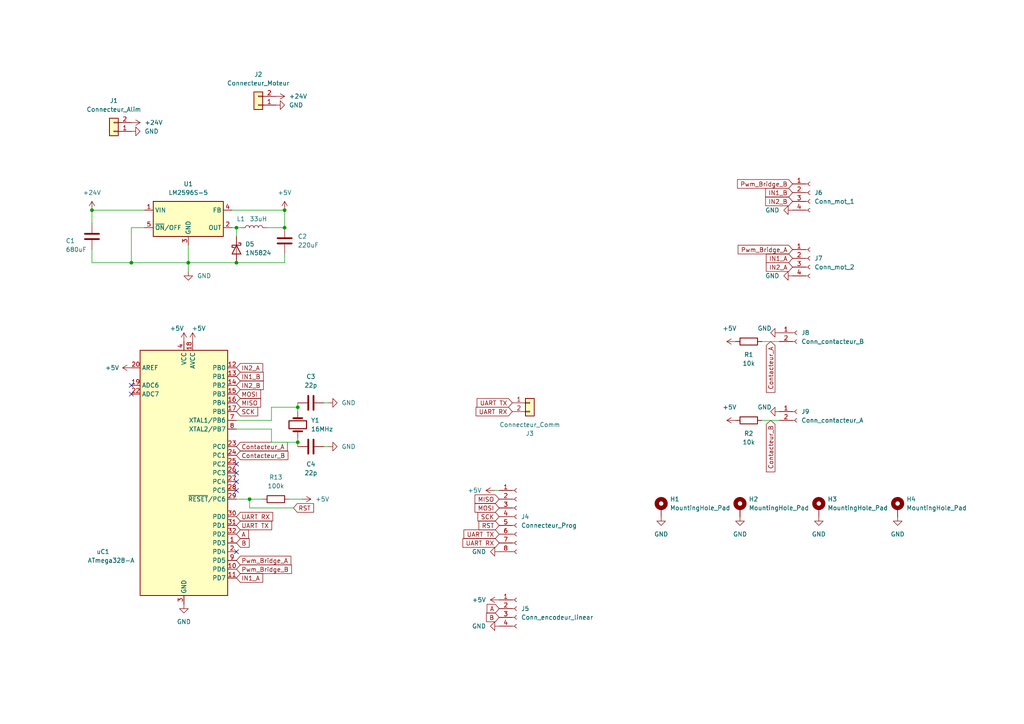
<source format=kicad_sch>
(kicad_sch (version 20211123) (generator eeschema)
  (paper "A4")
  (lib_symbols
    (symbol "Connector:Conn_01x02_Female" (pin_names (offset 1.016) hide)
      (property "Reference" "J" (at 0 2.54 0))
      (property "Value" "Conn_01x02_Female" (at 0 -5.08 0))
      (symbol "Conn_01x02_Female_1_1"
        (arc (start 0 -2.032) (mid -0.508 -2.54) (end 0 -3.048) (stroke (width 0.1524)))
        (polyline (pts (xy -1.27 -2.54) (xy -0.508 -2.54)) (stroke (width 0.1524)))
        (polyline (pts (xy -1.27 0) (xy -0.508 0)) (stroke (width 0.1524)))
        (arc (start 0 0.508) (mid -0.508 0) (end 0 -0.508) (stroke (width 0.1524)))
        (pin passive line (at -5.08 0 0) (length 3.81) (name "Pin_1") (number "1"))
        (pin passive line (at -5.08 -2.54 0) (length 3.81) (name "Pin_2") (number "2"))
      )
    )
    (symbol "Connector:Conn_01x04_Female" (pin_names (offset 1.016) hide)
      (property "Reference" "J" (at 0 5.08 0))
      (property "Value" "Conn_01x04_Female" (at 0 -7.62 0))
      (symbol "Conn_01x04_Female_1_1"
        (arc (start 0 -4.572) (mid -0.508 -5.08) (end 0 -5.588) (stroke (width 0.1524)))
        (arc (start 0 -2.032) (mid -0.508 -2.54) (end 0 -3.048) (stroke (width 0.1524)))
        (polyline (pts (xy -1.27 -5.08) (xy -0.508 -5.08)) (stroke (width 0.1524)))
        (polyline (pts (xy -1.27 -2.54) (xy -0.508 -2.54)) (stroke (width 0.1524)))
        (polyline (pts (xy -1.27 0) (xy -0.508 0)) (stroke (width 0.1524)))
        (polyline (pts (xy -1.27 2.54) (xy -0.508 2.54)) (stroke (width 0.1524)))
        (arc (start 0 0.508) (mid -0.508 0) (end 0 -0.508) (stroke (width 0.1524)))
        (arc (start 0 3.048) (mid -0.508 2.54) (end 0 2.032) (stroke (width 0.1524)))
        (pin passive line (at -5.08 2.54 0) (length 3.81) (name "Pin_1") (number "1"))
        (pin passive line (at -5.08 0 0) (length 3.81) (name "Pin_2") (number "2"))
        (pin passive line (at -5.08 -2.54 0) (length 3.81) (name "Pin_3") (number "3"))
        (pin passive line (at -5.08 -5.08 0) (length 3.81) (name "Pin_4") (number "4"))
      )
    )
    (symbol "Connector:Conn_01x08_Female" (pin_names (offset 1.016) hide)
      (property "Reference" "J" (at 0 10.16 0))
      (property "Value" "Conn_01x08_Female" (at 0 -12.7 0))
      (symbol "Conn_01x08_Female_1_1"
        (arc (start 0 -9.652) (mid -0.508 -10.16) (end 0 -10.668) (stroke (width 0.1524)))
        (arc (start 0 -7.112) (mid -0.508 -7.62) (end 0 -8.128) (stroke (width 0.1524)))
        (arc (start 0 -4.572) (mid -0.508 -5.08) (end 0 -5.588) (stroke (width 0.1524)))
        (arc (start 0 -2.032) (mid -0.508 -2.54) (end 0 -3.048) (stroke (width 0.1524)))
        (polyline (pts (xy -1.27 -10.16) (xy -0.508 -10.16)) (stroke (width 0.1524)))
        (polyline (pts (xy -1.27 -7.62) (xy -0.508 -7.62)) (stroke (width 0.1524)))
        (polyline (pts (xy -1.27 -5.08) (xy -0.508 -5.08)) (stroke (width 0.1524)))
        (polyline (pts (xy -1.27 -2.54) (xy -0.508 -2.54)) (stroke (width 0.1524)))
        (polyline (pts (xy -1.27 0) (xy -0.508 0)) (stroke (width 0.1524)))
        (polyline (pts (xy -1.27 2.54) (xy -0.508 2.54)) (stroke (width 0.1524)))
        (polyline (pts (xy -1.27 5.08) (xy -0.508 5.08)) (stroke (width 0.1524)))
        (polyline (pts (xy -1.27 7.62) (xy -0.508 7.62)) (stroke (width 0.1524)))
        (arc (start 0 0.508) (mid -0.508 0) (end 0 -0.508) (stroke (width 0.1524)))
        (arc (start 0 3.048) (mid -0.508 2.54) (end 0 2.032) (stroke (width 0.1524)))
        (arc (start 0 5.588) (mid -0.508 5.08) (end 0 4.572) (stroke (width 0.1524)))
        (arc (start 0 8.128) (mid -0.508 7.62) (end 0 7.112) (stroke (width 0.1524)))
        (pin passive line (at -5.08 7.62 0) (length 3.81) (name "Pin_1") (number "1"))
        (pin passive line (at -5.08 5.08 0) (length 3.81) (name "Pin_2") (number "2"))
        (pin passive line (at -5.08 2.54 0) (length 3.81) (name "Pin_3") (number "3"))
        (pin passive line (at -5.08 0 0) (length 3.81) (name "Pin_4") (number "4"))
        (pin passive line (at -5.08 -2.54 0) (length 3.81) (name "Pin_5") (number "5"))
        (pin passive line (at -5.08 -5.08 0) (length 3.81) (name "Pin_6") (number "6"))
        (pin passive line (at -5.08 -7.62 0) (length 3.81) (name "Pin_7") (number "7"))
        (pin passive line (at -5.08 -10.16 0) (length 3.81) (name "Pin_8") (number "8"))
      )
    )
    (symbol "Connector_Generic:Conn_01x02" (pin_names (offset 1.016) hide)
      (property "Reference" "J" (at 0 2.54 0))
      (property "Value" "Conn_01x02" (at 0 -5.08 0))
      (symbol "Conn_01x02_1_1"
        (rectangle (start -1.27 -2.413) (end 0 -2.667) (stroke (width 0.1524)))
        (rectangle (start -1.27 0.127) (end 0 -0.127) (stroke (width 0.1524)))
        (rectangle (start -1.27 1.27) (end 1.27 -3.81) (stroke (width 0.254)) (fill (type background)))
        (pin passive line (at -5.08 0 0) (length 3.81) (name "Pin_1") (number "1"))
        (pin passive line (at -5.08 -2.54 0) (length 3.81) (name "Pin_2") (number "2"))
      )
    )
    (symbol "Device:C" (pin_numbers hide) (pin_names (offset 0.254))
      (property "Reference" "C" (at 0.635 2.54 0))
      (property "Value" "C" (at 0.635 -2.54 0))
      (symbol "C_0_1"
        (polyline (pts (xy -2.032 -0.762) (xy 2.032 -0.762)) (stroke (width 0.508)))
        (polyline (pts (xy -2.032 0.762) (xy 2.032 0.762)) (stroke (width 0.508)))
      )
      (symbol "C_1_1"
        (pin passive line (at 0 3.81 270) (length 2.794) (name "~") (number "1"))
        (pin passive line (at 0 -3.81 90) (length 2.794) (name "~") (number "2"))
      )
    )
    (symbol "Device:Crystal" (pin_numbers hide) (pin_names (offset 1.016) hide)
      (property "Reference" "Y" (at 0 3.81 0))
      (property "Value" "Crystal" (at 0 -3.81 0))
      (symbol "Crystal_0_1"
        (rectangle (start -1.143 2.54) (end 1.143 -2.54) (stroke (width 0.3048)))
        (polyline (pts (xy -2.54 0) (xy -1.905 0)))
        (polyline (pts (xy -1.905 -1.27) (xy -1.905 1.27)) (stroke (width 0.508)))
        (polyline (pts (xy 1.905 -1.27) (xy 1.905 1.27)) (stroke (width 0.508)))
        (polyline (pts (xy 2.54 0) (xy 1.905 0)))
      )
      (symbol "Crystal_1_1"
        (pin passive line (at -3.81 0 0) (length 1.27) (name "1") (number "1"))
        (pin passive line (at 3.81 0 180) (length 1.27) (name "2") (number "2"))
      )
    )
    (symbol "Device:L" (pin_numbers hide) (pin_names (offset 1.016) hide)
      (property "Reference" "L" (at -1.27 0 90))
      (property "Value" "L" (at 1.905 0 90))
      (symbol "L_0_1"
        (arc (start 0 -2.54) (mid 0.635 -1.905) (end 0 -1.27))
        (arc (start 0 -1.27) (mid 0.635 -0.635) (end 0 0))
        (arc (start 0 0) (mid 0.635 0.635) (end 0 1.27))
        (arc (start 0 1.27) (mid 0.635 1.905) (end 0 2.54))
      )
      (symbol "L_1_1"
        (pin passive line (at 0 3.81 270) (length 1.27) (name "1") (number "1"))
        (pin passive line (at 0 -3.81 90) (length 1.27) (name "2") (number "2"))
      )
    )
    (symbol "Device:R" (pin_numbers hide) (pin_names (offset 0))
      (property "Reference" "R" (at 2.032 0 90))
      (property "Value" "R" (at 0 0 90))
      (symbol "R_0_1"
        (rectangle (start -1.016 -2.54) (end 1.016 2.54) (stroke (width 0.254)))
      )
      (symbol "R_1_1"
        (pin passive line (at 0 3.81 270) (length 1.27) (name "~") (number "1"))
        (pin passive line (at 0 -3.81 90) (length 1.27) (name "~") (number "2"))
      )
    )
    (symbol "Diode:1N5822" (pin_numbers hide) (pin_names (offset 1.016) hide)
      (property "Reference" "D" (at 0 2.54 0))
      (property "Value" "1N5822" (at 0 -2.54 0))
      (symbol "1N5822_0_1"
        (polyline (pts (xy 1.27 0) (xy -1.27 0)))
        (polyline (pts (xy 1.27 1.27) (xy 1.27 -1.27) (xy -1.27 0) (xy 1.27 1.27)) (stroke (width 0.254)))
        (polyline (pts (xy -1.905 0.635) (xy -1.905 1.27) (xy -1.27 1.27) (xy -1.27 -1.27) (xy -0.635 -1.27) (xy -0.635 -0.635)) (stroke (width 0.254)))
      )
      (symbol "1N5822_1_1"
        (pin passive line (at -3.81 0 0) (length 2.54) (name "K") (number "1"))
        (pin passive line (at 3.81 0 180) (length 2.54) (name "A") (number "2"))
      )
    )
    (symbol "MCU_Microchip_ATmega:ATmega328-A"
      (property "Reference" "U" (at -12.7 36.83 0))
      (property "Value" "ATmega328-A" (at 2.54 -36.83 0))
      (symbol "ATmega328-A_0_1"
        (rectangle (start -12.7 -35.56) (end 12.7 35.56) (stroke (width 0.254)) (fill (type background)))
      )
      (symbol "ATmega328-A_1_1"
        (pin bidirectional line (at 15.24 -20.32 180) (length 2.54) (name "PD3") (number "1"))
        (pin bidirectional line (at 15.24 -27.94 180) (length 2.54) (name "PD6") (number "10"))
        (pin bidirectional line (at 15.24 -30.48 180) (length 2.54) (name "PD7") (number "11"))
        (pin bidirectional line (at 15.24 30.48 180) (length 2.54) (name "PB0") (number "12"))
        (pin bidirectional line (at 15.24 27.94 180) (length 2.54) (name "PB1") (number "13"))
        (pin bidirectional line (at 15.24 25.4 180) (length 2.54) (name "PB2") (number "14"))
        (pin bidirectional line (at 15.24 22.86 180) (length 2.54) (name "PB3") (number "15"))
        (pin bidirectional line (at 15.24 20.32 180) (length 2.54) (name "PB4") (number "16"))
        (pin bidirectional line (at 15.24 17.78 180) (length 2.54) (name "PB5") (number "17"))
        (pin power_in line (at 2.54 38.1 270) (length 2.54) (name "AVCC") (number "18"))
        (pin input line (at -15.24 25.4 0) (length 2.54) (name "ADC6") (number "19"))
        (pin bidirectional line (at 15.24 -22.86 180) (length 2.54) (name "PD4") (number "2"))
        (pin passive line (at -15.24 30.48 0) (length 2.54) (name "AREF") (number "20"))
        (pin passive line (at 0 -38.1 90) (length 2.54) hide (name "GND") (number "21"))
        (pin input line (at -15.24 22.86 0) (length 2.54) (name "ADC7") (number "22"))
        (pin bidirectional line (at 15.24 7.62 180) (length 2.54) (name "PC0") (number "23"))
        (pin bidirectional line (at 15.24 5.08 180) (length 2.54) (name "PC1") (number "24"))
        (pin bidirectional line (at 15.24 2.54 180) (length 2.54) (name "PC2") (number "25"))
        (pin bidirectional line (at 15.24 0 180) (length 2.54) (name "PC3") (number "26"))
        (pin bidirectional line (at 15.24 -2.54 180) (length 2.54) (name "PC4") (number "27"))
        (pin bidirectional line (at 15.24 -5.08 180) (length 2.54) (name "PC5") (number "28"))
        (pin bidirectional line (at 15.24 -7.62 180) (length 2.54) (name "~{RESET}/PC6") (number "29"))
        (pin power_in line (at 0 -38.1 90) (length 2.54) (name "GND") (number "3"))
        (pin bidirectional line (at 15.24 -12.7 180) (length 2.54) (name "PD0") (number "30"))
        (pin bidirectional line (at 15.24 -15.24 180) (length 2.54) (name "PD1") (number "31"))
        (pin bidirectional line (at 15.24 -17.78 180) (length 2.54) (name "PD2") (number "32"))
        (pin power_in line (at 0 38.1 270) (length 2.54) (name "VCC") (number "4"))
        (pin passive line (at 0 -38.1 90) (length 2.54) hide (name "GND") (number "5"))
        (pin passive line (at 0 38.1 270) (length 2.54) hide (name "VCC") (number "6"))
        (pin bidirectional line (at 15.24 15.24 180) (length 2.54) (name "XTAL1/PB6") (number "7"))
        (pin bidirectional line (at 15.24 12.7 180) (length 2.54) (name "XTAL2/PB7") (number "8"))
        (pin bidirectional line (at 15.24 -25.4 180) (length 2.54) (name "PD5") (number "9"))
      )
    )
    (symbol "Mechanical:MountingHole_Pad" (pin_numbers hide) (pin_names (offset 1.016) hide)
      (property "Reference" "H" (at 0 6.35 0))
      (property "Value" "MountingHole_Pad" (at 0 4.445 0))
      (symbol "MountingHole_Pad_0_1"
        (circle (center 0 1.27) (radius 1.27) (stroke (width 1.27)))
      )
      (symbol "MountingHole_Pad_1_1"
        (pin input line (at 0 -2.54 90) (length 2.54) (name "1") (number "1"))
      )
    )
    (symbol "Regulator_Switching:LM2596S-5"
      (property "Reference" "U" (at -10.16 6.35 0))
      (property "Value" "LM2596S-5" (at 0 6.35 0))
      (symbol "LM2596S-5_0_1"
        (rectangle (start -10.16 5.08) (end 10.16 -5.08) (stroke (width 0.254)) (fill (type background)))
      )
      (symbol "LM2596S-5_1_1"
        (pin power_in line (at -12.7 2.54 0) (length 2.54) (name "VIN") (number "1"))
        (pin output line (at 12.7 -2.54 180) (length 2.54) (name "OUT") (number "2"))
        (pin power_in line (at 0 -7.62 90) (length 2.54) (name "GND") (number "3"))
        (pin input line (at 12.7 2.54 180) (length 2.54) (name "FB") (number "4"))
        (pin input line (at -12.7 -2.54 0) (length 2.54) (name "~{ON}/OFF") (number "5"))
      )
    )
    (symbol "power:+24V" (power) (pin_names (offset 0))
      (property "Value" "+24V" (at 0 3.556 0))
      (symbol "+24V_0_1"
        (polyline (pts (xy -0.762 1.27) (xy 0 2.54)))
        (polyline (pts (xy 0 0) (xy 0 2.54)))
        (polyline (pts (xy 0 2.54) (xy 0.762 1.27)))
      )
      (symbol "+24V_1_1"
        (pin power_in line (at 0 0 90) (length 0) hide (name "+24V") (number "1"))
      )
    )
    (symbol "power:+5V" (power) (pin_names (offset 0))
      (property "Value" "+5V" (at 0 3.556 0))
      (symbol "+5V_0_1"
        (polyline (pts (xy -0.762 1.27) (xy 0 2.54)))
        (polyline (pts (xy 0 0) (xy 0 2.54)))
        (polyline (pts (xy 0 2.54) (xy 0.762 1.27)))
      )
      (symbol "+5V_1_1"
        (pin power_in line (at 0 0 90) (length 0) hide (name "+5V") (number "1"))
      )
    )
    (symbol "power:GND" (power) (pin_names (offset 0))
      (property "Value" "GND" (at 0 -3.81 0))
      (symbol "GND_0_1"
        (polyline (pts (xy 0 0) (xy 0 -1.27) (xy 1.27 -1.27) (xy 0 -2.54) (xy -1.27 -1.27) (xy 0 -1.27)))
      )
      (symbol "GND_1_1"
        (pin power_in line (at 0 0 270) (length 0) hide (name "GND") (number "1"))
      )
    )
  )
  (junction (at 82.55 66.04))
  (junction (at 26.67 60.96))
  (junction (at 82.55 60.96))
  (junction (at 72.39 144.78))
  (junction (at 86.36 128.27))
  (junction (at 68.58 66.04))
  (junction (at 68.58 76.2))
  (junction (at 54.61 76.2))
  (junction (at 38.1 76.2))
  (junction (at 86.36 118.11))
  (no_connect (at 38.1 111.76))
  (no_connect (at 68.58 137.16))
  (no_connect (at 68.58 142.24))
  (no_connect (at 38.1 114.3))
  (no_connect (at 68.58 139.7))
  (no_connect (at 68.58 160.02))
  (no_connect (at 68.58 134.62))
  (wire (pts (xy 68.58 66.04) (xy 67.31 66.04)))
  (wire (pts (xy 78.74 128.27) (xy 86.36 128.27)))
  (wire (pts (xy 68.58 66.04) (xy 68.58 68.58)))
  (wire (pts (xy 41.91 66.04) (xy 38.1 66.04)))
  (wire (pts (xy 54.61 76.2) (xy 38.1 76.2)))
  (wire (pts (xy 78.74 124.46) (xy 78.74 128.27)))
  (wire (pts (xy 143.51 142.24) (xy 144.78 142.24)))
  (wire (pts (xy 86.36 128.27) (xy 86.36 129.54)))
  (wire (pts (xy 54.61 76.2) (xy 54.61 71.12)))
  (wire (pts (xy 85.09 147.32) (xy 72.39 147.32)))
  (wire (pts (xy 82.55 73.66) (xy 82.55 76.2)))
  (wire (pts (xy 54.61 78.74) (xy 54.61 76.2)))
  (wire (pts (xy 220.98 121.92) (xy 226.06 121.92)))
  (wire (pts (xy 86.36 118.11) (xy 86.36 119.38)))
  (wire (pts (xy 86.36 127) (xy 86.36 128.27)))
  (wire (pts (xy 83.82 144.78) (xy 87.63 144.78)))
  (wire (pts (xy 54.61 76.2) (xy 68.58 76.2)))
  (wire (pts (xy 82.55 76.2) (xy 68.58 76.2)))
  (wire (pts (xy 77.47 66.04) (xy 82.55 66.04)))
  (wire (pts (xy 68.58 124.46) (xy 78.74 124.46)))
  (wire (pts (xy 78.74 121.92) (xy 78.74 118.11)))
  (wire (pts (xy 68.58 144.78) (xy 72.39 144.78)))
  (wire (pts (xy 78.74 118.11) (xy 86.36 118.11)))
  (wire (pts (xy 38.1 76.2) (xy 26.67 76.2)))
  (wire (pts (xy 38.1 66.04) (xy 38.1 76.2)))
  (wire (pts (xy 68.58 121.92) (xy 78.74 121.92)))
  (wire (pts (xy 72.39 144.78) (xy 76.2 144.78)))
  (wire (pts (xy 86.36 116.84) (xy 86.36 118.11)))
  (wire (pts (xy 95.25 129.54) (xy 93.98 129.54)))
  (wire (pts (xy 26.67 64.77) (xy 26.67 60.96)))
  (wire (pts (xy 82.55 60.96) (xy 67.31 60.96)))
  (wire (pts (xy 220.98 99.06) (xy 226.06 99.06)))
  (wire (pts (xy 26.67 60.96) (xy 41.91 60.96)))
  (wire (pts (xy 95.25 116.84) (xy 93.98 116.84)))
  (wire (pts (xy 69.85 66.04) (xy 68.58 66.04)))
  (wire (pts (xy 26.67 72.39) (xy 26.67 76.2)))
  (wire (pts (xy 72.39 147.32) (xy 72.39 144.78)))
  (wire (pts (xy 82.55 66.04) (xy 82.55 60.96)))
  (global_label "A" (shape input) (at 144.78 176.53 180) (property "Intersheet References" "${INTERSHEET_REFS}" (effects hide)))
  (global_label "A" (shape input) (at 68.58 154.94 0) (property "Intersheet References" "${INTERSHEET_REFS}" (effects hide)))
  (global_label "UART RX" (shape input) (at 68.58 149.86 0) (property "Intersheet References" "${INTERSHEET_REFS}" (effects hide)))
  (global_label "UART RX" (shape input) (at 144.78 157.48 180) (property "Intersheet References" "${INTERSHEET_REFS}" (effects hide)))
  (global_label "RST" (shape input) (at 85.09 147.32 0) (property "Intersheet References" "${INTERSHEET_REFS}" (effects hide)))
  (global_label "Pwm_Bridge_B" (shape input) (at 229.87 53.34 180) (property "Intersheet References" "${INTERSHEET_REFS}" (effects hide)))
  (global_label "Pwm_Bridge_A" (shape input) (at 68.58 162.56 0) (property "Intersheet References" "${INTERSHEET_REFS}" (effects hide)))
  (global_label "Contacteur_B" (shape input) (at 68.58 132.08 0) (property "Intersheet References" "${INTERSHEET_REFS}" (effects hide)))
  (global_label "IN2_A" (shape input) (at 68.58 106.68 0) (property "Intersheet References" "${INTERSHEET_REFS}" (effects hide)))
  (global_label "Pwm_Bridge_A" (shape input) (at 229.87 72.39 180) (property "Intersheet References" "${INTERSHEET_REFS}" (effects hide)))
  (global_label "RST" (shape input) (at 144.78 152.4 180) (property "Intersheet References" "${INTERSHEET_REFS}" (effects hide)))
  (global_label "UART TX" (shape input) (at 148.59 116.84 180) (property "Intersheet References" "${INTERSHEET_REFS}" (effects hide)))
  (global_label "SCK" (shape input) (at 144.78 149.86 180) (property "Intersheet References" "${INTERSHEET_REFS}" (effects hide)))
  (global_label "B" (shape input) (at 144.78 179.07 180) (property "Intersheet References" "${INTERSHEET_REFS}" (effects hide)))
  (global_label "IN1_B" (shape input) (at 68.58 109.22 0) (property "Intersheet References" "${INTERSHEET_REFS}" (effects hide)))
  (global_label "MOSI" (shape input) (at 144.78 147.32 180) (property "Intersheet References" "${INTERSHEET_REFS}" (effects hide)))
  (global_label "Pwm_Bridge_B" (shape input) (at 68.58 165.1 0) (property "Intersheet References" "${INTERSHEET_REFS}" (effects hide)))
  (global_label "MISO" (shape input) (at 68.58 116.84 0) (property "Intersheet References" "${INTERSHEET_REFS}" (effects hide)))
  (global_label "IN2_B" (shape input) (at 229.87 58.42 180) (property "Intersheet References" "${INTERSHEET_REFS}" (effects hide)))
  (global_label "Contacteur_B" (shape input) (at 223.52 121.92 270) (property "Intersheet References" "${INTERSHEET_REFS}" (effects hide)))
  (global_label "IN2_B" (shape input) (at 68.58 111.76 0) (property "Intersheet References" "${INTERSHEET_REFS}" (effects hide)))
  (global_label "UART TX" (shape input) (at 144.78 154.94 180) (property "Intersheet References" "${INTERSHEET_REFS}" (effects hide)))
  (global_label "IN2_A" (shape input) (at 229.87 77.47 180) (property "Intersheet References" "${INTERSHEET_REFS}" (effects hide)))
  (global_label "IN1_B" (shape input) (at 229.87 55.88 180) (property "Intersheet References" "${INTERSHEET_REFS}" (effects hide)))
  (global_label "SCK" (shape input) (at 68.58 119.38 0) (property "Intersheet References" "${INTERSHEET_REFS}" (effects hide)))
  (global_label "IN1_A" (shape input) (at 68.58 167.64 0) (property "Intersheet References" "${INTERSHEET_REFS}" (effects hide)))
  (global_label "UART TX" (shape input) (at 68.58 152.4 0) (property "Intersheet References" "${INTERSHEET_REFS}" (effects hide)))
  (global_label "Contacteur_A" (shape input) (at 68.58 129.54 0) (property "Intersheet References" "${INTERSHEET_REFS}" (effects hide)))
  (global_label "IN1_A" (shape input) (at 229.87 74.93 180) (property "Intersheet References" "${INTERSHEET_REFS}" (effects hide)))
  (global_label "MOSI" (shape input) (at 68.58 114.3 0) (property "Intersheet References" "${INTERSHEET_REFS}" (effects hide)))
  (global_label "MISO" (shape input) (at 144.78 144.78 180) (property "Intersheet References" "${INTERSHEET_REFS}" (effects hide)))
  (global_label "UART RX" (shape input) (at 148.59 119.38 180) (property "Intersheet References" "${INTERSHEET_REFS}" (effects hide)))
  (global_label "B" (shape input) (at 68.58 157.48 0) (property "Intersheet References" "${INTERSHEET_REFS}" (effects hide)))
  (global_label "Contacteur_A" (shape input) (at 223.52 99.06 270) (property "Intersheet References" "${INTERSHEET_REFS}" (effects hide)))
  (symbol (lib_id "power:+5V") (at 55.88 99.06 0) (unit 1)
    (property "Reference" "#PWR014" (effects hide))
    (property "Value" "+5V" (at 59.69 95.25 0) (effects (justify right)))
  )
  (symbol (lib_id "power:+5V") (at 213.36 121.92 90) (unit 1)
    (property "Reference" "#PWR022" (effects hide))
    (property "Value" "+5V" (at 209.55 118.11 90) (effects (justify right)))
  )
  (symbol (lib_id "power:GND") (at 229.87 80.01 270) (unit 1)
    (property "Reference" "#PWR09" (effects hide))
    (property "Value" "GND" (at 226.06 80.0099 90) (effects (justify right)))
  )
  (symbol (lib_id "Regulator_Switching:LM2596S-5") (at 54.61 63.5 0) (unit 1)
    (property "Reference" "U1" (at 54.61 53.34 0))
    (property "Value" "LM2596S-5" (at 54.61 55.88 0))
    (property "Footprint" "Package_TO_SOT_SMD:TO-263-5_TabPin3" (effects hide))
    (property "Datasheet" "http://www.ti.com/lit/ds/symlink/lm2596.pdf" (effects hide))
  )
  (symbol (lib_id "power:GND") (at 226.06 119.38 270) (unit 1)
    (property "Reference" "#PWR024" (effects hide))
    (property "Value" "GND" (at 219.71 118.11 90) (effects (justify left)))
  )
  (symbol (lib_id "power:+5V") (at 53.34 99.06 0) (unit 1)
    (property "Reference" "#PWR012" (effects hide))
    (property "Value" "+5V" (at 53.34 95.25 0) (effects (justify right)))
  )
  (symbol (lib_id "Device:Crystal") (at 86.36 123.19 270) (unit 1)
    (property "Reference" "Y1" (at 90.17 121.9199 90) (effects (justify left)))
    (property "Value" "16MHz" (at 90.17 124.4599 90) (effects (justify left)))
    (property "Footprint" "Crystal:Crystal_SMD_3225-4Pin_3.2x2.5mm" (effects hide))
  )
  (symbol (lib_id "Device:C") (at 90.17 116.84 90) (unit 1)
    (property "Reference" "C3" (at 90.17 109.22 90))
    (property "Value" "22p" (at 90.17 111.76 90))
    (property "Footprint" "Capacitor_SMD:C_01005_0402Metric" (effects hide))
  )
  (symbol (lib_id "Diode:1N5822") (at 68.58 72.39 270) (unit 1)
    (property "Reference" "D5" (at 71.12 70.8024 90) (effects (justify left)))
    (property "Value" "1N5824" (at 71.12 73.3424 90) (effects (justify left)))
    (property "Footprint" "Diode_SMD:D_SOD-128" (effects hide))
    (property "Datasheet" "http://www.vishay.com/docs/88526/1n5820.pdf" (effects hide))
  )
  (symbol (lib_id "power:GND") (at 144.78 181.61 270) (unit 1)
    (property "Reference" "#PWR0107" (effects hide))
    (property "Value" "GND" (at 140.97 181.6099 90) (effects (justify right)))
  )
  (symbol (lib_id "Device:R") (at 217.17 99.06 90) (unit 1)
    (property "Reference" "R1" (at 217.17 102.87 90))
    (property "Value" "10k" (at 217.17 105.41 90))
    (property "Footprint" "Resistor_SMD:R_1206_3216Metric" (effects hide))
  )
  (symbol (lib_id "power:+5V") (at 82.55 60.96 0) (unit 1)
    (property "Reference" "#PWR015" (effects hide))
    (property "Value" "+5V" (at 82.55 55.88 0))
  )
  (symbol (lib_id "Connector_Generic:Conn_01x02") (at 153.67 116.84 0) (unit 1)
    (property "Reference" "J3" (at 153.67 125.73 0))
    (property "Value" "Connecteur_Comm" (at 153.67 123.19 0))
    (property "Footprint" "Connector_JST:JST_XH_B2B-XH-A_1x02_P2.50mm_Vertical" (effects hide))
  )
  (symbol (lib_id "power:GND") (at 80.01 30.48 90) (unit 1)
    (property "Reference" "#PWR05" (effects hide))
    (property "Value" "GND" (at 83.82 30.4799 90) (effects (justify right)))
  )
  (symbol (lib_id "power:GND") (at 95.25 129.54 90) (unit 1)
    (property "Reference" "#PWR018" (effects hide))
    (property "Value" "GND" (at 99.06 129.5399 90) (effects (justify right)))
  )
  (symbol (lib_id "Device:L") (at 73.66 66.04 90) (unit 1)
    (property "Reference" "L1" (at 69.85 63.5 90))
    (property "Value" "33uH" (at 74.93 63.5 90))
    (property "Footprint" "Inductor_SMD:L_7.3x7.3_H4.5" (effects hide))
  )
  (symbol (lib_id "Mechanical:MountingHole_Pad") (at 191.77 147.32 0) (unit 1)
    (property "Reference" "H1" (at 194.31 144.7799 0) (effects (justify left)))
    (property "Value" "MountingHole_Pad" (at 194.31 147.3199 0) (effects (justify left)))
    (property "Footprint" "MountingHole:MountingHole_4mm_Pad_Via" (effects hide))
  )
  (symbol (lib_id "power:GND") (at 229.87 60.96 270) (unit 1)
    (property "Reference" "#PWR08" (effects hide))
    (property "Value" "GND" (at 226.06 60.9599 90) (effects (justify right)))
  )
  (symbol (lib_id "power:+5V") (at 144.78 173.99 90) (unit 1)
    (property "Reference" "#PWR0106" (effects hide))
    (property "Value" "+5V" (at 140.97 173.9899 90) (effects (justify left)))
  )
  (symbol (lib_id "Connector_Generic:Conn_01x02") (at 74.93 30.48 180) (unit 1)
    (property "Reference" "J2" (at 74.93 21.59 0))
    (property "Value" "Connecteur_Moteur" (at 74.93 24.13 0))
    (property "Footprint" "TerminalBlock:TerminalBlock_bornier-2_P5.08mm" (effects hide))
  )
  (symbol (lib_id "power:GND") (at 144.78 160.02 270) (unit 1)
    (property "Reference" "#PWR020" (effects hide))
    (property "Value" "GND" (at 140.97 160.0199 90) (effects (justify right)))
  )
  (symbol (lib_id "power:+24V") (at 38.1 35.56 270) (unit 1)
    (property "Reference" "#PWR0101" (effects hide))
    (property "Value" "+24V" (at 41.91 35.5599 90) (effects (justify left)))
  )
  (symbol (lib_id "power:+24V") (at 26.67 60.96 0) (unit 1)
    (property "Reference" "#PWR0103" (effects hide))
    (property "Value" "+24V" (at 26.67 55.88 0))
  )
  (symbol (lib_id "power:+24V") (at 80.01 27.94 270) (unit 1)
    (property "Reference" "#PWR04" (effects hide))
    (property "Value" "+24V" (at 83.82 27.9399 90) (effects (justify left)))
  )
  (symbol (lib_id "Connector:Conn_01x04_Female") (at 234.95 74.93 0) (unit 1)
    (property "Reference" "J7" (at 236.22 74.9299 0) (effects (justify left)))
    (property "Value" "Conn_mot_2" (at 236.22 77.4699 0) (effects (justify left)))
    (property "Footprint" "Connector_JST:JST_XH_B4B-XH-A_1x04_P2.50mm_Vertical" (effects hide))
  )
  (symbol (lib_id "Device:R") (at 217.17 121.92 90) (unit 1)
    (property "Reference" "R2" (at 217.17 125.73 90))
    (property "Value" "10k" (at 217.17 128.27 90))
    (property "Footprint" "Resistor_SMD:R_1206_3216Metric" (effects hide))
  )
  (symbol (lib_id "power:+5V") (at 38.1 106.68 90) (unit 1)
    (property "Reference" "#PWR011" (effects hide))
    (property "Value" "+5V" (at 30.48 106.68 90) (effects (justify right)))
  )
  (symbol (lib_id "Connector:Conn_01x02_Female") (at 231.14 119.38 0) (unit 1)
    (property "Reference" "J9" (at 232.41 119.3799 0) (effects (justify left)))
    (property "Value" "Conn_contacteur_A" (at 232.41 121.9199 0) (effects (justify left)))
    (property "Footprint" "Connector_JST:JST_XH_B2B-XH-A_1x02_P2.50mm_Vertical" (effects hide))
  )
  (symbol (lib_id "power:GND") (at 214.63 149.86 0) (unit 1)
    (property "Reference" "#PWR03" (effects hide))
    (property "Value" "GND" (at 214.63 154.94 0))
  )
  (symbol (lib_id "power:GND") (at 226.06 96.52 270) (unit 1)
    (property "Reference" "#PWR023" (effects hide))
    (property "Value" "GND" (at 219.71 95.25 90) (effects (justify left)))
  )
  (symbol (lib_id "power:+5V") (at 213.36 99.06 90) (unit 1)
    (property "Reference" "#PWR021" (effects hide))
    (property "Value" "+5V" (at 209.55 95.25 90) (effects (justify right)))
  )
  (symbol (lib_id "power:GND") (at 38.1 38.1 90) (unit 1)
    (property "Reference" "#PWR02" (effects hide))
    (property "Value" "GND" (at 41.91 38.0999 90) (effects (justify right)))
  )
  (symbol (lib_id "power:+5V") (at 143.51 142.24 90) (unit 1)
    (property "Reference" "#PWR019" (effects hide))
    (property "Value" "+5V" (at 139.7 142.2399 90) (effects (justify left)))
  )
  (symbol (lib_id "power:GND") (at 237.49 149.86 0) (unit 1)
    (property "Reference" "#PWR06" (effects hide))
    (property "Value" "GND" (at 237.49 154.94 0))
  )
  (symbol (lib_id "Connector:Conn_01x04_Female") (at 149.86 176.53 0) (unit 1)
    (property "Reference" "J5" (at 151.13 176.5299 0) (effects (justify left)))
    (property "Value" "Conn_encodeur_linear" (at 151.13 179.0699 0) (effects (justify left)))
    (property "Footprint" "Connector_JST:JST_XH_B4B-XH-A_1x04_P2.50mm_Vertical" (effects hide))
  )
  (symbol (lib_id "Device:C") (at 26.67 68.58 0) (unit 1)
    (property "Reference" "C1" (at 19.05 69.85 0) (effects (justify left)))
    (property "Value" "680uF" (at 19.05 72.39 0) (effects (justify left)))
    (property "Footprint" "Capacitor_SMD:C_Elec_10x10.2" (effects hide))
  )
  (symbol (lib_id "Mechanical:MountingHole_Pad") (at 214.63 147.32 0) (unit 1)
    (property "Reference" "H2" (at 217.17 144.7799 0) (effects (justify left)))
    (property "Value" "MountingHole_Pad" (at 217.17 147.3199 0) (effects (justify left)))
    (property "Footprint" "MountingHole:MountingHole_4mm_Pad_Via" (effects hide))
  )
  (symbol (lib_id "Device:R") (at 80.01 144.78 90) (unit 1)
    (property "Reference" "R13" (at 80.01 138.43 90))
    (property "Value" "100k" (at 80.01 140.97 90))
    (property "Footprint" "Resistor_SMD:R_1206_3216Metric" (effects hide))
  )
  (symbol (lib_id "Connector:Conn_01x02_Female") (at 231.14 96.52 0) (unit 1)
    (property "Reference" "J8" (at 232.41 96.5199 0) (effects (justify left)))
    (property "Value" "Conn_contacteur_B" (at 232.41 99.0599 0) (effects (justify left)))
    (property "Footprint" "Connector_JST:JST_XH_B2B-XH-A_1x02_P2.50mm_Vertical" (effects hide))
  )
  (symbol (lib_id "Device:C") (at 90.17 129.54 90) (unit 1)
    (property "Reference" "C4" (at 90.17 134.62 90))
    (property "Value" "22p" (at 90.17 137.16 90))
    (property "Footprint" "Capacitor_SMD:C_01005_0402Metric" (effects hide))
  )
  (symbol (lib_id "power:GND") (at 95.25 116.84 90) (unit 1)
    (property "Reference" "#PWR017" (effects hide))
    (property "Value" "GND" (at 99.06 116.8399 90) (effects (justify right)))
  )
  (symbol (lib_id "Device:C") (at 82.55 69.85 0) (unit 1)
    (property "Reference" "C2" (at 86.36 68.58 0) (effects (justify left)))
    (property "Value" "220uF" (at 86.36 71.12 0) (effects (justify left)))
    (property "Footprint" "Capacitor_SMD:C_Elec_10x10.2" (effects hide))
  )
  (symbol (lib_id "Mechanical:MountingHole_Pad") (at 260.35 147.32 0) (unit 1)
    (property "Reference" "H4" (at 262.89 144.7799 0) (effects (justify left)))
    (property "Value" "MountingHole_Pad" (at 262.89 147.3199 0) (effects (justify left)))
    (property "Footprint" "MountingHole:MountingHole_4mm_Pad_Via" (effects hide))
  )
  (symbol (lib_id "MCU_Microchip_ATmega:ATmega328-A") (at 53.34 137.16 0) (unit 1)
    (property "Reference" "uC1" (at 27.94 160.02 0) (effects (justify left)))
    (property "Value" "ATmega328-A" (at 25.4 162.56 0) (effects (justify left)))
    (property "Footprint" "Package_QFP:TQFP-32_7x7mm_P0.8mm" (effects hide))
    (property "Datasheet" "http://ww1.microchip.com/downloads/en/DeviceDoc/ATmega328_P%20AVR%20MCU%20with%20picoPower%20Technology%20Data%20Sheet%2040001984A.pdf" (effects hide))
  )
  (symbol (lib_id "Connector:Conn_01x04_Female") (at 234.95 55.88 0) (unit 1)
    (property "Reference" "J6" (at 236.22 55.8799 0) (effects (justify left)))
    (property "Value" "Conn_mot_1" (at 236.22 58.4199 0) (effects (justify left)))
    (property "Footprint" "Connector_JST:JST_XH_B4B-XH-A_1x04_P2.50mm_Vertical" (effects hide))
  )
  (symbol (lib_id "power:GND") (at 260.35 149.86 0) (unit 1)
    (property "Reference" "#PWR07" (effects hide))
    (property "Value" "GND" (at 260.35 154.94 0))
  )
  (symbol (lib_id "power:GND") (at 54.61 78.74 0) (unit 1)
    (property "Reference" "#PWR010" (effects hide))
    (property "Value" "GND" (at 57.15 80.0099 0) (effects (justify left)))
  )
  (symbol (lib_id "Connector_Generic:Conn_01x02") (at 33.02 38.1 180) (unit 1)
    (property "Reference" "J1" (at 33.02 29.21 0))
    (property "Value" "Connecteur_Alim" (at 33.02 31.75 0))
    (property "Footprint" "TerminalBlock:TerminalBlock_bornier-2_P5.08mm" (effects hide))
  )
  (symbol (lib_id "Connector:Conn_01x08_Female") (at 149.86 149.86 0) (unit 1)
    (property "Reference" "J4" (at 151.13 149.8599 0) (effects (justify left)))
    (property "Value" "Connecteur_Prog" (at 151.13 152.3999 0) (effects (justify left)))
    (property "Footprint" "Connector_PinHeader_2.54mm:PinHeader_1x08_P2.54mm_Vertical" (effects hide))
  )
  (symbol (lib_id "power:GND") (at 191.77 149.86 0) (unit 1)
    (property "Reference" "#PWR01" (effects hide))
    (property "Value" "GND" (at 191.77 154.94 0))
  )
  (symbol (lib_id "power:+5V") (at 87.63 144.78 270) (unit 1)
    (property "Reference" "#PWR016" (effects hide))
    (property "Value" "+5V" (at 91.44 144.7799 90) (effects (justify left)))
  )
  (symbol (lib_id "power:GND") (at 53.34 175.26 0) (unit 1)
    (property "Reference" "#PWR013" (effects hide))
    (property "Value" "GND" (at 53.34 180.34 0))
  )
  (symbol (lib_id "Mechanical:MountingHole_Pad") (at 237.49 147.32 0) (unit 1)
    (property "Reference" "H3" (at 240.03 144.7799 0) (effects (justify left)))
    (property "Value" "MountingHole_Pad" (at 240.03 147.3199 0) (effects (justify left)))
    (property "Footprint" "MountingHole:MountingHole_4mm_Pad_Via" (effects hide))
  )
)
</source>
